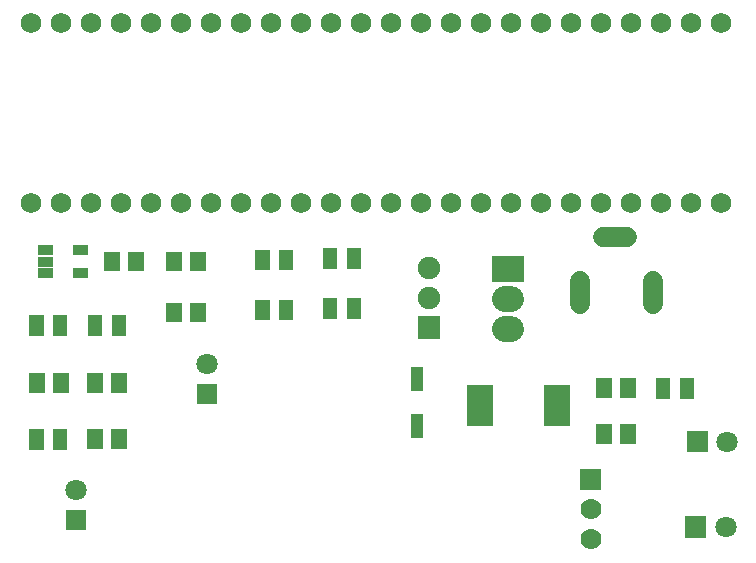
<source format=gts>
G04 Layer: TopSolderMaskLayer*
G04 EasyEDA v6.3.22, 2020-03-24T12:14:19+11:00*
G04 be55d0e875064f4eac6341afbdbda93d,8b00c40d607e4de580d566db1ee26a9b,10*
G04 Gerber Generator version 0.2*
G04 Scale: 100 percent, Rotated: No, Reflected: No *
G04 Dimensions in millimeters *
G04 leading zeros omitted , absolute positions ,3 integer and 3 decimal *
%FSLAX33Y33*%
%MOMM*%
G90*
G71D02*

%ADD34C,2.203196*%
%ADD35C,1.703197*%
%ADD38C,1.903197*%
%ADD39C,1.727200*%
%ADD42R,1.803197X1.803197*%
%ADD43C,1.803197*%
%ADD45C,1.778000*%

%LPD*%
G54D34*
G01X42921Y20447D02*
G01X42422Y20447D01*
G01X42921Y22987D02*
G01X42422Y22987D01*
G54D35*
G01X54916Y22557D02*
G01X54916Y24557D01*
G01X52716Y28258D02*
G01X50716Y28258D01*
G01X48716Y22557D02*
G01X48716Y24557D01*
G36*
G01X23258Y21178D02*
G01X23258Y22931D01*
G01X24462Y22931D01*
G01X24462Y21178D01*
G01X23258Y21178D01*
G37*
G36*
G01X21257Y21178D02*
G01X21257Y22931D01*
G01X22461Y22931D01*
G01X22461Y21178D01*
G01X21257Y21178D01*
G37*
G36*
G01X34988Y19621D02*
G01X34988Y21526D01*
G01X36893Y21526D01*
G01X36893Y19621D01*
G01X34988Y19621D01*
G37*
G54D38*
G01X35941Y23114D03*
G01X35941Y25654D03*
G54D39*
G01X60706Y46355D03*
G01X58166Y46355D03*
G01X55626Y46355D03*
G01X53086Y46355D03*
G01X50546Y46355D03*
G01X48006Y46355D03*
G01X45466Y46355D03*
G01X42926Y46355D03*
G01X40386Y46355D03*
G01X37846Y46355D03*
G01X35306Y46355D03*
G01X32766Y46355D03*
G01X30226Y46355D03*
G01X27686Y46355D03*
G01X25146Y46355D03*
G01X22606Y46355D03*
G01X20066Y46355D03*
G01X17526Y46355D03*
G01X14986Y46355D03*
G01X12446Y46355D03*
G01X9906Y46355D03*
G01X7366Y46355D03*
G01X4826Y46355D03*
G01X2286Y46355D03*
G01X2286Y31115D03*
G01X4826Y31115D03*
G01X7366Y31115D03*
G01X9906Y31115D03*
G01X12446Y31115D03*
G01X14986Y31115D03*
G01X17526Y31115D03*
G01X20066Y31115D03*
G01X22606Y31115D03*
G01X25146Y31115D03*
G01X27686Y31115D03*
G01X30226Y31115D03*
G01X32766Y31115D03*
G01X35306Y31115D03*
G01X37846Y31115D03*
G01X40386Y31115D03*
G01X42926Y31115D03*
G01X45466Y31115D03*
G01X48006Y31115D03*
G01X50546Y31115D03*
G01X53086Y31115D03*
G01X55626Y31115D03*
G01X58166Y31115D03*
G01X60706Y31115D03*
G36*
G01X50119Y10731D02*
G01X50119Y12382D01*
G01X51480Y12382D01*
G01X51480Y10731D01*
G01X50119Y10731D01*
G37*
G36*
G01X52151Y10731D02*
G01X52151Y12382D01*
G01X53512Y12382D01*
G01X53512Y10731D01*
G01X52151Y10731D01*
G37*
G36*
G01X9085Y19888D02*
G01X9085Y21640D01*
G01X10289Y21640D01*
G01X10289Y19888D01*
G01X9085Y19888D01*
G37*
G36*
G01X7086Y19888D02*
G01X7086Y21640D01*
G01X8290Y21640D01*
G01X8290Y19888D01*
G01X7086Y19888D01*
G37*
G36*
G01X57167Y14561D02*
G01X57167Y16314D01*
G01X58371Y16314D01*
G01X58371Y14561D01*
G01X57167Y14561D01*
G37*
G36*
G01X55166Y14561D02*
G01X55166Y16314D01*
G01X56370Y16314D01*
G01X56370Y14561D01*
G01X55166Y14561D01*
G37*
G36*
G01X23258Y25412D02*
G01X23258Y27165D01*
G01X24462Y27165D01*
G01X24462Y25412D01*
G01X23258Y25412D01*
G37*
G36*
G01X21257Y25412D02*
G01X21257Y27165D01*
G01X22461Y27165D01*
G01X22461Y25412D01*
G01X21257Y25412D01*
G37*
G36*
G01X41320Y24424D02*
G01X41320Y26629D01*
G01X44023Y26629D01*
G01X44023Y24424D01*
G01X41320Y24424D01*
G37*
G54D42*
G01X6096Y4318D03*
G54D43*
G01X6096Y6858D03*
G36*
G01X57772Y10020D02*
G01X57772Y11823D01*
G01X59575Y11823D01*
G01X59575Y10020D01*
G01X57772Y10020D01*
G37*
G01X61214Y10922D03*
G36*
G01X57645Y2781D02*
G01X57645Y4584D01*
G01X59448Y4584D01*
G01X59448Y2781D01*
G01X57645Y2781D01*
G37*
G01X61087Y3683D03*
G54D42*
G01X17145Y14986D03*
G54D43*
G01X17145Y17526D03*
G36*
G01X28973Y21305D02*
G01X28973Y23058D01*
G01X30177Y23058D01*
G01X30177Y21305D01*
G01X28973Y21305D01*
G37*
G36*
G01X26972Y21305D02*
G01X26972Y23058D01*
G01X28176Y23058D01*
G01X28176Y21305D01*
G01X26972Y21305D01*
G37*
G36*
G01X45712Y12268D02*
G01X45712Y15671D01*
G01X47912Y15671D01*
G01X47912Y12268D01*
G01X45712Y12268D01*
G37*
G36*
G01X39209Y12268D02*
G01X39209Y15671D01*
G01X41412Y15671D01*
G01X41412Y12268D01*
G01X39209Y12268D01*
G37*
G36*
G01X50119Y14610D02*
G01X50119Y16263D01*
G01X51480Y16263D01*
G01X51480Y14610D01*
G01X50119Y14610D01*
G37*
G36*
G01X52151Y14610D02*
G01X52151Y16263D01*
G01X53512Y16263D01*
G01X53512Y14610D01*
G01X52151Y14610D01*
G37*
G36*
G01X13670Y25336D02*
G01X13670Y26987D01*
G01X15031Y26987D01*
G01X15031Y25336D01*
G01X13670Y25336D01*
G37*
G36*
G01X15702Y25336D02*
G01X15702Y26987D01*
G01X17063Y26987D01*
G01X17063Y25336D01*
G01X15702Y25336D01*
G37*
G36*
G01X8463Y25336D02*
G01X8463Y26987D01*
G01X9824Y26987D01*
G01X9824Y25336D01*
G01X8463Y25336D01*
G37*
G36*
G01X10495Y25336D02*
G01X10495Y26987D01*
G01X11856Y26987D01*
G01X11856Y25336D01*
G01X10495Y25336D01*
G37*
G36*
G01X7002Y15049D02*
G01X7002Y16700D01*
G01X8364Y16700D01*
G01X8364Y15049D01*
G01X7002Y15049D01*
G37*
G36*
G01X9034Y15049D02*
G01X9034Y16700D01*
G01X10396Y16700D01*
G01X10396Y15049D01*
G01X9034Y15049D01*
G37*
G36*
G01X7002Y10292D02*
G01X7002Y11945D01*
G01X8364Y11945D01*
G01X8364Y10292D01*
G01X7002Y10292D01*
G37*
G36*
G01X9034Y10292D02*
G01X9034Y11945D01*
G01X10396Y11945D01*
G01X10396Y10292D01*
G01X9034Y10292D01*
G37*
G36*
G01X28973Y25539D02*
G01X28973Y27292D01*
G01X30177Y27292D01*
G01X30177Y25539D01*
G01X28973Y25539D01*
G37*
G36*
G01X26972Y25539D02*
G01X26972Y27292D01*
G01X28176Y27292D01*
G01X28176Y25539D01*
G01X26972Y25539D01*
G37*
G36*
G01X4135Y10243D02*
G01X4135Y11996D01*
G01X5339Y11996D01*
G01X5339Y10243D01*
G01X4135Y10243D01*
G37*
G36*
G01X2133Y10243D02*
G01X2133Y11996D01*
G01X3337Y11996D01*
G01X3337Y10243D01*
G01X2133Y10243D01*
G37*
G54D45*
G01X49657Y2667D03*
G01X49657Y5207D03*
G36*
G01X48768Y6858D02*
G01X48768Y8636D01*
G01X50546Y8636D01*
G01X50546Y6858D01*
G01X48768Y6858D01*
G37*
G36*
G01X4135Y19888D02*
G01X4135Y21640D01*
G01X5339Y21640D01*
G01X5339Y19888D01*
G01X4135Y19888D01*
G37*
G36*
G01X2133Y19888D02*
G01X2133Y21640D01*
G01X3337Y21640D01*
G01X3337Y19888D01*
G01X2133Y19888D01*
G37*
G36*
G01X13670Y21018D02*
G01X13670Y22669D01*
G01X15031Y22669D01*
G01X15031Y21018D01*
G01X13670Y21018D01*
G37*
G36*
G01X15702Y21018D02*
G01X15702Y22669D01*
G01X17063Y22669D01*
G01X17063Y21018D01*
G01X15702Y21018D01*
G37*
G36*
G01X2049Y15049D02*
G01X2049Y16700D01*
G01X3413Y16700D01*
G01X3413Y15049D01*
G01X2049Y15049D01*
G37*
G36*
G01X4081Y15049D02*
G01X4081Y16700D01*
G01X5445Y16700D01*
G01X5445Y15049D01*
G01X4081Y15049D01*
G37*
G36*
G01X2819Y26685D02*
G01X2819Y27538D01*
G01X4084Y27538D01*
G01X4084Y26685D01*
G01X2819Y26685D01*
G37*
G36*
G01X2819Y25735D02*
G01X2819Y26588D01*
G01X4084Y26588D01*
G01X4084Y25735D01*
G01X2819Y25735D01*
G37*
G36*
G01X2819Y24785D02*
G01X2819Y25638D01*
G01X4084Y25638D01*
G01X4084Y24785D01*
G01X2819Y24785D01*
G37*
G36*
G01X5819Y24785D02*
G01X5819Y25638D01*
G01X7084Y25638D01*
G01X7084Y24785D01*
G01X5819Y24785D01*
G37*
G36*
G01X5819Y26685D02*
G01X5819Y27538D01*
G01X7084Y27538D01*
G01X7084Y26685D01*
G01X5819Y26685D01*
G37*
G36*
G01X34424Y11221D02*
G01X34424Y13225D01*
G01X35427Y13225D01*
G01X35427Y11221D01*
G01X34424Y11221D01*
G37*
G36*
G01X34424Y15222D02*
G01X34424Y17226D01*
G01X35427Y17226D01*
G01X35427Y15222D01*
G01X34424Y15222D01*
G37*
M00*
M02*

</source>
